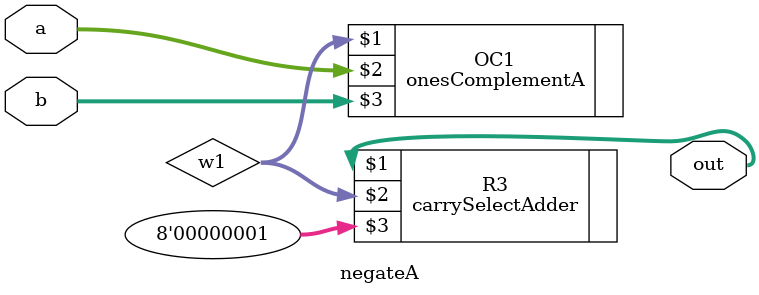
<source format=v>
`timescale 1ns / 1ps


module negateA(
    output [7:0] out,
    input [7:0] a,
    input [7:0] b
    );
    wire [7:0] w1;
    
    onesComplementA OC1(w1, a, b);
    carrySelectAdder R3(out, w1, 8'b1);
    

endmodule

</source>
